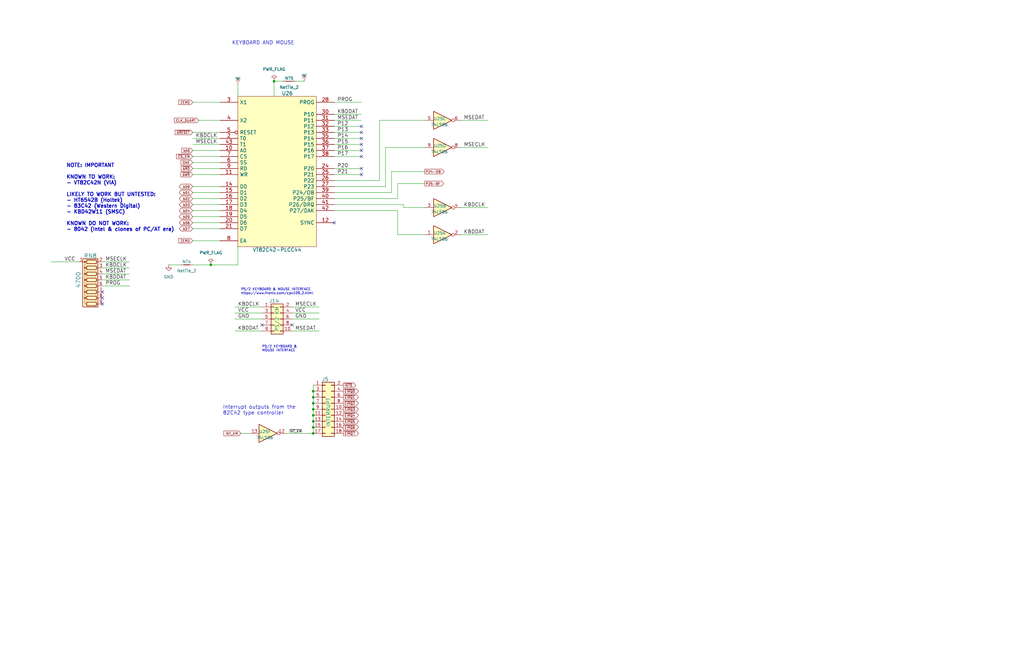
<source format=kicad_sch>
(kicad_sch (version 20211123) (generator eeschema)
  (paper "B")
  (lib_symbols
    (symbol "74xx:74LS06N" (pin_names (offset 1.016))
      (property "Reference" "U" (at 0 1.27 0))
      (property "Value" "74LS06N" (at 0 -1.27 0))
      (symbol "74LS06N_1_0"
        (polyline (pts (xy -3.81 3.81) (xy -3.81 -3.81) (xy 3.81 0) (xy -3.81 3.81)) (stroke (width 0.254)) (fill (type background)))
        (pin input line (at -7.62 0 0) (length 3.81) (name "~") (number "1"))
        (pin open_collector inverted (at 7.62 0 180) (length 3.81) (name "~") (number "2"))
      )
      (symbol "74LS06N_2_0"
        (polyline (pts (xy -3.81 3.81) (xy -3.81 -3.81) (xy 3.81 0) (xy -3.81 3.81)) (stroke (width 0.254)) (fill (type background)))
        (pin input line (at -7.62 0 0) (length 3.81) (name "~") (number "3"))
        (pin open_collector inverted (at 7.62 0 180) (length 3.81) (name "~") (number "4"))
      )
      (symbol "74LS06N_3_0"
        (polyline (pts (xy -3.81 3.81) (xy -3.81 -3.81) (xy 3.81 0) (xy -3.81 3.81)) (stroke (width 0.254)) (fill (type background)))
        (pin input line (at -7.62 0 0) (length 3.81) (name "~") (number "5"))
        (pin open_collector inverted (at 7.62 0 180) (length 3.81) (name "~") (number "6"))
      )
      (symbol "74LS06N_4_0"
        (polyline (pts (xy -3.81 3.81) (xy -3.81 -3.81) (xy 3.81 0) (xy -3.81 3.81)) (stroke (width 0.254)) (fill (type background)))
        (pin open_collector inverted (at 7.62 0 180) (length 3.81) (name "~") (number "8"))
        (pin input line (at -7.62 0 0) (length 3.81) (name "~") (number "9"))
      )
      (symbol "74LS06N_5_0"
        (polyline (pts (xy -3.81 3.81) (xy -3.81 -3.81) (xy 3.81 0) (xy -3.81 3.81)) (stroke (width 0.254)) (fill (type background)))
        (pin open_collector inverted (at 7.62 0 180) (length 3.81) (name "~") (number "10"))
        (pin input line (at -7.62 0 0) (length 3.81) (name "~") (number "11"))
      )
      (symbol "74LS06N_6_0"
        (polyline (pts (xy -3.81 3.81) (xy -3.81 -3.81) (xy 3.81 0) (xy -3.81 3.81)) (stroke (width 0.254)) (fill (type background)))
        (pin open_collector inverted (at 7.62 0 180) (length 3.81) (name "~") (number "12"))
        (pin input line (at -7.62 0 0) (length 3.81) (name "~") (number "13"))
      )
      (symbol "74LS06N_7_0"
        (pin power_in line (at 0 12.7 270) (length 5.08) (name "VCC") (number "14"))
        (pin power_in line (at 0 -12.7 90) (length 5.08) (name "GND") (number "7"))
      )
      (symbol "74LS06N_7_1"
        (rectangle (start -5.08 7.62) (end 5.08 -7.62) (stroke (width 0.254)) (fill (type background)))
      )
    )
    (symbol "Connector_Generic:Conn_02x05_Odd_Even" (pin_names (offset 1.016) hide)
      (property "Reference" "J" (at 1.27 7.62 0))
      (property "Value" "Conn_02x05_Odd_Even" (at 1.27 -7.62 0))
      (symbol "Conn_02x05_Odd_Even_1_1"
        (rectangle (start -1.27 -4.953) (end 0 -5.207) (stroke (width 0.1524)))
        (rectangle (start -1.27 -2.413) (end 0 -2.667) (stroke (width 0.1524)))
        (rectangle (start -1.27 0.127) (end 0 -0.127) (stroke (width 0.1524)))
        (rectangle (start -1.27 2.667) (end 0 2.413) (stroke (width 0.1524)))
        (rectangle (start -1.27 5.207) (end 0 4.953) (stroke (width 0.1524)))
        (rectangle (start -1.27 6.35) (end 3.81 -6.35) (stroke (width 0.254)) (fill (type background)))
        (rectangle (start 3.81 -4.953) (end 2.54 -5.207) (stroke (width 0.1524)))
        (rectangle (start 3.81 -2.413) (end 2.54 -2.667) (stroke (width 0.1524)))
        (rectangle (start 3.81 0.127) (end 2.54 -0.127) (stroke (width 0.1524)))
        (rectangle (start 3.81 2.667) (end 2.54 2.413) (stroke (width 0.1524)))
        (rectangle (start 3.81 5.207) (end 2.54 4.953) (stroke (width 0.1524)))
        (pin passive line (at -5.08 5.08 0) (length 3.81) (name "Pin_1") (number "1"))
        (pin passive line (at 7.62 -5.08 180) (length 3.81) (name "Pin_10") (number "10"))
        (pin passive line (at 7.62 5.08 180) (length 3.81) (name "Pin_2") (number "2"))
        (pin passive line (at -5.08 2.54 0) (length 3.81) (name "Pin_3") (number "3"))
        (pin passive line (at 7.62 2.54 180) (length 3.81) (name "Pin_4") (number "4"))
        (pin passive line (at -5.08 0 0) (length 3.81) (name "Pin_5") (number "5"))
        (pin passive line (at 7.62 0 180) (length 3.81) (name "Pin_6") (number "6"))
        (pin passive line (at -5.08 -2.54 0) (length 3.81) (name "Pin_7") (number "7"))
        (pin passive line (at 7.62 -2.54 180) (length 3.81) (name "Pin_8") (number "8"))
        (pin passive line (at -5.08 -5.08 0) (length 3.81) (name "Pin_9") (number "9"))
      )
    )
    (symbol "Connector_Generic:Conn_02x09_Odd_Even" (pin_names (offset 1.016) hide)
      (property "Reference" "J" (at 1.27 12.7 0))
      (property "Value" "Conn_02x09_Odd_Even" (at 1.27 -12.7 0))
      (symbol "Conn_02x09_Odd_Even_1_1"
        (rectangle (start -1.27 -10.033) (end 0 -10.287) (stroke (width 0.1524)))
        (rectangle (start -1.27 -7.493) (end 0 -7.747) (stroke (width 0.1524)))
        (rectangle (start -1.27 -4.953) (end 0 -5.207) (stroke (width 0.1524)))
        (rectangle (start -1.27 -2.413) (end 0 -2.667) (stroke (width 0.1524)))
        (rectangle (start -1.27 0.127) (end 0 -0.127) (stroke (width 0.1524)))
        (rectangle (start -1.27 2.667) (end 0 2.413) (stroke (width 0.1524)))
        (rectangle (start -1.27 5.207) (end 0 4.953) (stroke (width 0.1524)))
        (rectangle (start -1.27 7.747) (end 0 7.493) (stroke (width 0.1524)))
        (rectangle (start -1.27 10.287) (end 0 10.033) (stroke (width 0.1524)))
        (rectangle (start -1.27 11.43) (end 3.81 -11.43) (stroke (width 0.254)) (fill (type background)))
        (rectangle (start 3.81 -10.033) (end 2.54 -10.287) (stroke (width 0.1524)))
        (rectangle (start 3.81 -7.493) (end 2.54 -7.747) (stroke (width 0.1524)))
        (rectangle (start 3.81 -4.953) (end 2.54 -5.207) (stroke (width 0.1524)))
        (rectangle (start 3.81 -2.413) (end 2.54 -2.667) (stroke (width 0.1524)))
        (rectangle (start 3.81 0.127) (end 2.54 -0.127) (stroke (width 0.1524)))
        (rectangle (start 3.81 2.667) (end 2.54 2.413) (stroke (width 0.1524)))
        (rectangle (start 3.81 5.207) (end 2.54 4.953) (stroke (width 0.1524)))
        (rectangle (start 3.81 7.747) (end 2.54 7.493) (stroke (width 0.1524)))
        (rectangle (start 3.81 10.287) (end 2.54 10.033) (stroke (width 0.1524)))
        (pin passive line (at -5.08 10.16 0) (length 3.81) (name "Pin_1") (number "1"))
        (pin passive line (at 7.62 0 180) (length 3.81) (name "Pin_10") (number "10"))
        (pin passive line (at -5.08 -2.54 0) (length 3.81) (name "Pin_11") (number "11"))
        (pin passive line (at 7.62 -2.54 180) (length 3.81) (name "Pin_12") (number "12"))
        (pin passive line (at -5.08 -5.08 0) (length 3.81) (name "Pin_13") (number "13"))
        (pin passive line (at 7.62 -5.08 180) (length 3.81) (name "Pin_14") (number "14"))
        (pin passive line (at -5.08 -7.62 0) (length 3.81) (name "Pin_15") (number "15"))
        (pin passive line (at 7.62 -7.62 180) (length 3.81) (name "Pin_16") (number "16"))
        (pin passive line (at -5.08 -10.16 0) (length 3.81) (name "Pin_17") (number "17"))
        (pin passive line (at 7.62 -10.16 180) (length 3.81) (name "Pin_18") (number "18"))
        (pin passive line (at 7.62 10.16 180) (length 3.81) (name "Pin_2") (number "2"))
        (pin passive line (at -5.08 7.62 0) (length 3.81) (name "Pin_3") (number "3"))
        (pin passive line (at 7.62 7.62 180) (length 3.81) (name "Pin_4") (number "4"))
        (pin passive line (at -5.08 5.08 0) (length 3.81) (name "Pin_5") (number "5"))
        (pin passive line (at 7.62 5.08 180) (length 3.81) (name "Pin_6") (number "6"))
        (pin passive line (at -5.08 2.54 0) (length 3.81) (name "Pin_7") (number "7"))
        (pin passive line (at 7.62 2.54 180) (length 3.81) (name "Pin_8") (number "8"))
        (pin passive line (at -5.08 0 0) (length 3.81) (name "Pin_9") (number "9"))
      )
    )
    (symbol "Device:NetTie_2" (pin_numbers hide) (pin_names (offset 0) hide) (in_bom no)
      (property "Reference" "NT" (at 0 1.27 0))
      (property "Value" "NetTie_2" (at 0 -1.27 0))
      (symbol "NetTie_2_0_1"
        (polyline (pts (xy -1.27 0) (xy 1.27 0)) (stroke (width 0.254)))
      )
      (symbol "NetTie_2_1_1"
        (pin passive line (at -2.54 0 0) (length 2.54) (name "1") (number "1"))
        (pin passive line (at 2.54 0 180) (length 2.54) (name "2") (number "2"))
      )
    )
    (symbol "Device:R_Network08" (pin_names (offset 0) hide)
      (property "Reference" "RN" (at -12.7 0 90))
      (property "Value" "R_Network08" (at 10.16 0 90))
      (symbol "R_Network08_0_1"
        (rectangle (start -11.43 -3.175) (end 8.89 3.175) (stroke (width 0.254)) (fill (type background)))
        (rectangle (start -10.922 1.524) (end -9.398 -2.54) (stroke (width 0.254)))
        (circle (center -10.16 2.286) (radius 0.254) (fill (type outline)))
        (rectangle (start -8.382 1.524) (end -6.858 -2.54) (stroke (width 0.254)))
        (circle (center -7.62 2.286) (radius 0.254) (fill (type outline)))
        (rectangle (start -5.842 1.524) (end -4.318 -2.54) (stroke (width 0.254)))
        (circle (center -5.08 2.286) (radius 0.254) (fill (type outline)))
        (rectangle (start -3.302 1.524) (end -1.778 -2.54) (stroke (width 0.254)))
        (circle (center -2.54 2.286) (radius 0.254) (fill (type outline)))
        (rectangle (start -0.762 1.524) (end 0.762 -2.54) (stroke (width 0.254)))
        (polyline (pts (xy -10.16 -2.54) (xy -10.16 -3.81)))
        (polyline (pts (xy -7.62 -2.54) (xy -7.62 -3.81)))
        (polyline (pts (xy -5.08 -2.54) (xy -5.08 -3.81)))
        (polyline (pts (xy -2.54 -2.54) (xy -2.54 -3.81)))
        (polyline (pts (xy 0 -2.54) (xy 0 -3.81)))
        (polyline (pts (xy 2.54 -2.54) (xy 2.54 -3.81)))
        (polyline (pts (xy 5.08 -2.54) (xy 5.08 -3.81)))
        (polyline (pts (xy 7.62 -2.54) (xy 7.62 -3.81)))
        (polyline (pts (xy -10.16 1.524) (xy -10.16 2.286) (xy -7.62 2.286) (xy -7.62 1.524)))
        (polyline (pts (xy -7.62 1.524) (xy -7.62 2.286) (xy -5.08 2.286) (xy -5.08 1.524)))
        (polyline (pts (xy -5.08 1.524) (xy -5.08 2.286) (xy -2.54 2.286) (xy -2.54 1.524)))
        (polyline (pts (xy -2.54 1.524) (xy -2.54 2.286) (xy 0 2.286) (xy 0 1.524)))
        (polyline (pts (xy 0 1.524) (xy 0 2.286) (xy 2.54 2.286) (xy 2.54 1.524)))
        (polyline (pts (xy 2.54 1.524) (xy 2.54 2.286) (xy 5.08 2.286) (xy 5.08 1.524)))
        (polyline (pts (xy 5.08 1.524) (xy 5.08 2.286) (xy 7.62 2.286) (xy 7.62 1.524)))
        (circle (center 0 2.286) (radius 0.254) (fill (type outline)))
        (rectangle (start 1.778 1.524) (end 3.302 -2.54) (stroke (width 0.254)))
        (circle (center 2.54 2.286) (radius 0.254) (fill (type outline)))
        (rectangle (start 4.318 1.524) (end 5.842 -2.54) (stroke (width 0.254)))
        (circle (center 5.08 2.286) (radius 0.254) (fill (type outline)))
        (rectangle (start 6.858 1.524) (end 8.382 -2.54) (stroke (width 0.254)))
      )
      (symbol "R_Network08_1_1"
        (pin passive line (at -10.16 5.08 270) (length 2.54) (name "common") (number "1"))
        (pin passive line (at -10.16 -5.08 90) (length 1.27) (name "R1") (number "2"))
        (pin passive line (at -7.62 -5.08 90) (length 1.27) (name "R2") (number "3"))
        (pin passive line (at -5.08 -5.08 90) (length 1.27) (name "R3") (number "4"))
        (pin passive line (at -2.54 -5.08 90) (length 1.27) (name "R4") (number "5"))
        (pin passive line (at 0 -5.08 90) (length 1.27) (name "R5") (number "6"))
        (pin passive line (at 2.54 -5.08 90) (length 1.27) (name "R6") (number "7"))
        (pin passive line (at 5.08 -5.08 90) (length 1.27) (name "R7") (number "8"))
        (pin passive line (at 7.62 -5.08 90) (length 1.27) (name "R8") (number "9"))
      )
    )
    (symbol "VT82C42:VT82C42-PLCC44" (pin_names (offset 0.762))
      (property "Reference" "U" (at 4.318 33.02 0))
      (property "Value" "VT82C42-PLCC44" (at 0 -33.02 0))
      (symbol "VT82C42-PLCC44_0_1"
        (rectangle (start -16.51 -31.75) (end 16.51 31.75) (fill (type background)))
      )
      (symbol "VT82C42-PLCC44_1_1"
        (pin no_connect line (at 24.13 -24.13 180) (length 7.62) hide (name "NC") (number "1"))
        (pin input line (at -24.13 8.89 0) (length 7.62) (name "A0") (number "10"))
        (pin input line (at -24.13 -1.27 0) (length 7.62) (name "WR") (number "11"))
        (pin output line (at 24.13 -21.59 180) (length 7.62) (name "SYNC") (number "12"))
        (pin no_connect line (at 24.13 -26.67 180) (length 7.62) hide (name "NC") (number "13"))
        (pin bidirectional line (at -24.13 -6.35 0) (length 7.62) (name "D0") (number "14"))
        (pin bidirectional line (at -24.13 -8.89 0) (length 7.62) (name "D1") (number "15"))
        (pin bidirectional line (at -24.13 -11.43 0) (length 7.62) (name "D2") (number "16"))
        (pin bidirectional line (at -24.13 -13.97 0) (length 7.62) (name "D3") (number "17"))
        (pin bidirectional line (at -24.13 -16.51 0) (length 7.62) (name "D4") (number "18"))
        (pin bidirectional line (at -24.13 -19.05 0) (length 7.62) (name "D5") (number "19"))
        (pin input line (at -24.13 13.97 0) (length 7.62) (name "T0") (number "2"))
        (pin bidirectional line (at -24.13 -21.59 0) (length 7.62) (name "D6") (number "20"))
        (pin bidirectional line (at -24.13 -24.13 0) (length 7.62) (name "D7") (number "21"))
        (pin power_in line (at -16.51 -31.75 90) (length 0) hide (name "VSS") (number "22"))
        (pin no_connect line (at 24.13 -29.21 180) (length 7.62) hide (name "NC") (number "23"))
        (pin bidirectional line (at 24.13 1.27 180) (length 7.62) (name "P20") (number "24"))
        (pin bidirectional line (at 24.13 -1.27 180) (length 7.62) (name "P21") (number "25"))
        (pin bidirectional line (at 24.13 -3.81 180) (length 7.62) (name "P22") (number "26"))
        (pin bidirectional line (at 24.13 -6.35 180) (length 7.62) (name "P23") (number "27"))
        (pin bidirectional line (at 24.13 29.21 180) (length 7.62) (name "PROG") (number "28"))
        (pin power_in line (at -1.27 31.75 270) (length 0) hide (name "VDD") (number "29"))
        (pin input line (at -24.13 29.21 0) (length 7.62) (name "X1") (number "3"))
        (pin bidirectional line (at 24.13 24.13 180) (length 7.62) (name "P10") (number "30"))
        (pin bidirectional line (at 24.13 21.59 180) (length 7.62) (name "P11") (number "31"))
        (pin bidirectional line (at 24.13 19.05 180) (length 7.62) (name "P12") (number "32"))
        (pin bidirectional line (at 24.13 16.51 180) (length 7.62) (name "P13") (number "33"))
        (pin no_connect line (at 24.13 -31.75 180) (length 7.62) hide (name "NC") (number "34"))
        (pin bidirectional line (at 24.13 13.97 180) (length 7.62) (name "P14") (number "35"))
        (pin bidirectional line (at 24.13 11.43 180) (length 7.62) (name "P15") (number "36"))
        (pin bidirectional line (at 24.13 8.89 180) (length 7.62) (name "P16") (number "37"))
        (pin bidirectional line (at 24.13 6.35 180) (length 7.62) (name "P17") (number "38"))
        (pin bidirectional line (at 24.13 -8.89 180) (length 7.62) (name "P24/OB") (number "39"))
        (pin input line (at -24.13 21.59 0) (length 7.62) (name "X2") (number "4"))
        (pin bidirectional line (at 24.13 -11.43 180) (length 7.62) (name "P25/BF") (number "40"))
        (pin bidirectional line (at 24.13 -13.97 180) (length 7.62) (name "P26/DRQ") (number "41"))
        (pin bidirectional line (at 24.13 -16.51 180) (length 7.62) (name "P27/DAK") (number "42"))
        (pin input line (at -24.13 11.43 0) (length 7.62) (name "T1") (number "43"))
        (pin power_in line (at -16.51 31.75 270) (length 0) hide (name "VCC") (number "44"))
        (pin input inverted (at -24.13 16.51 0) (length 7.62) (name "RESET") (number "5"))
        (pin input line (at -24.13 3.81 0) (length 7.62) (name "SS") (number "6"))
        (pin input line (at -24.13 6.35 0) (length 7.62) (name "CS") (number "7"))
        (pin input line (at -24.13 -29.21 0) (length 7.62) (name "EA") (number "8"))
        (pin input line (at -24.13 1.27 0) (length 7.62) (name "RD") (number "9"))
      )
    )
    (symbol "power:GND" (power) (pin_names (offset 0))
      (property "Value" "GND" (at 0 -3.81 0))
      (symbol "GND_0_1"
        (polyline (pts (xy 0 0) (xy 0 -1.27) (xy 1.27 -1.27) (xy 0 -2.54) (xy -1.27 -1.27) (xy 0 -1.27)))
      )
      (symbol "GND_1_1"
        (pin power_in line (at 0 0 270) (length 0) hide (name "GND") (number "1"))
      )
    )
    (symbol "power:PWR_FLAG" (power) (pin_numbers hide) (pin_names (offset 0) hide)
      (property "Value" "PWR_FLAG" (at 0 3.81 0))
      (symbol "PWR_FLAG_0_0"
        (pin power_out line (at 0 0 90) (length 0) (name "pwr") (number "1"))
      )
      (symbol "PWR_FLAG_0_1"
        (polyline (pts (xy 0 0) (xy 0 1.27) (xy -1.016 1.905) (xy 0 2.54) (xy 1.016 1.905) (xy 0 1.27)))
      )
    )
    (symbol "power:VCC" (power) (pin_names (offset 0))
      (property "Value" "VCC" (at 0 3.81 0))
      (symbol "VCC_0_1"
        (polyline (pts (xy -0.762 1.27) (xy 0 2.54)))
        (polyline (pts (xy 0 0) (xy 0 2.54)))
        (polyline (pts (xy 0 2.54) (xy 0.762 1.27)))
      )
      (symbol "VCC_1_1"
        (pin power_in line (at 0 0 90) (length 0) hide (name "VCC") (number "1"))
      )
    )
  )
  (junction (at 88.9 111.76))
  (junction (at 132.08 182.88))
  (junction (at 132.08 172.72))
  (junction (at 132.08 177.8))
  (junction (at 132.08 180.34))
  (junction (at 132.08 167.64))
  (junction (at 132.08 175.26))
  (junction (at 115.57 34.29))
  (junction (at 132.08 165.1))
  (junction (at 132.08 170.18))
  (no_connect (at 43.18 128.27))
  (no_connect (at 140.97 93.98))
  (no_connect (at 152.4 66.04))
  (no_connect (at 43.18 123.19))
  (no_connect (at 152.4 71.12))
  (no_connect (at 152.4 60.96))
  (no_connect (at 152.4 63.5))
  (no_connect (at 123.19 137.16))
  (no_connect (at 43.18 125.73))
  (no_connect (at 110.49 137.16))
  (no_connect (at 152.4 73.66))
  (no_connect (at 152.4 53.34))
  (no_connect (at 152.4 55.88))
  (no_connect (at 152.4 58.42))
  (wire (pts (xy 134.62 132.08) (xy 123.19 132.08)))
  (wire (pts (xy 134.62 129.54) (xy 123.19 129.54)))
  (wire (pts (xy 140.97 83.82) (xy 167.64 83.82)))
  (wire (pts (xy 92.71 81.28) (xy 81.28 81.28)))
  (wire (pts (xy 140.97 88.9) (xy 167.64 88.9)))
  (wire (pts (xy 54.61 120.65) (xy 43.18 120.65)))
  (wire (pts (xy 92.71 73.66) (xy 81.28 73.66)))
  (wire (pts (xy 43.18 113.03) (xy 54.61 113.03)))
  (wire (pts (xy 134.62 139.7) (xy 123.19 139.7)))
  (wire (pts (xy 205.74 62.23) (xy 194.31 62.23)))
  (wire (pts (xy 92.71 63.5) (xy 81.28 63.5)))
  (wire (pts (xy 167.64 77.47) (xy 179.07 77.47)))
  (wire (pts (xy 92.71 96.52) (xy 81.28 96.52)))
  (wire (pts (xy 160.02 50.8) (xy 160.02 76.2)))
  (wire (pts (xy 110.49 129.54) (xy 99.06 129.54)))
  (wire (pts (xy 119.38 34.29) (xy 115.57 34.29)))
  (wire (pts (xy 152.4 73.66) (xy 140.97 73.66)))
  (wire (pts (xy 162.56 62.23) (xy 179.07 62.23)))
  (wire (pts (xy 132.08 172.72) (xy 132.08 170.18)))
  (wire (pts (xy 160.02 76.2) (xy 140.97 76.2)))
  (wire (pts (xy 124.46 34.29) (xy 128.27 34.29)))
  (wire (pts (xy 132.08 167.64) (xy 132.08 165.1)))
  (wire (pts (xy 92.71 71.12) (xy 81.28 71.12)))
  (wire (pts (xy 43.18 110.49) (xy 54.61 110.49)))
  (wire (pts (xy 179.07 72.39) (xy 165.1 72.39)))
  (wire (pts (xy 120.65 182.88) (xy 132.08 182.88)))
  (wire (pts (xy 165.1 72.39) (xy 165.1 81.28)))
  (wire (pts (xy 152.4 55.88) (xy 140.97 55.88)))
  (wire (pts (xy 152.4 53.34) (xy 140.97 53.34)))
  (wire (pts (xy 110.49 139.7) (xy 99.06 139.7)))
  (wire (pts (xy 170.18 87.63) (xy 170.18 86.36)))
  (wire (pts (xy 81.28 68.58) (xy 92.71 68.58)))
  (wire (pts (xy 140.97 78.74) (xy 162.56 78.74)))
  (wire (pts (xy 99.06 134.62) (xy 110.49 134.62)))
  (wire (pts (xy 100.33 104.14) (xy 100.33 111.76)))
  (wire (pts (xy 43.18 115.57) (xy 54.61 115.57)))
  (wire (pts (xy 92.71 60.96) (xy 81.28 60.96)))
  (wire (pts (xy 152.4 58.42) (xy 140.97 58.42)))
  (wire (pts (xy 132.08 165.1) (xy 132.08 162.56)))
  (wire (pts (xy 167.64 99.06) (xy 179.07 99.06)))
  (wire (pts (xy 115.57 34.29) (xy 115.57 40.64)))
  (wire (pts (xy 167.64 88.9) (xy 167.64 99.06)))
  (wire (pts (xy 162.56 78.74) (xy 162.56 62.23)))
  (wire (pts (xy 92.71 88.9) (xy 81.28 88.9)))
  (wire (pts (xy 152.4 66.04) (xy 140.97 66.04)))
  (wire (pts (xy 100.33 111.76) (xy 88.9 111.76)))
  (wire (pts (xy 110.49 132.08) (xy 99.06 132.08)))
  (wire (pts (xy 132.08 175.26) (xy 132.08 172.72)))
  (wire (pts (xy 101.6 182.88) (xy 105.41 182.88)))
  (wire (pts (xy 132.08 180.34) (xy 132.08 177.8)))
  (wire (pts (xy 179.07 87.63) (xy 170.18 87.63)))
  (wire (pts (xy 92.71 43.18) (xy 81.28 43.18)))
  (wire (pts (xy 170.18 86.36) (xy 140.97 86.36)))
  (wire (pts (xy 165.1 81.28) (xy 140.97 81.28)))
  (wire (pts (xy 132.08 182.88) (xy 132.08 180.34)))
  (wire (pts (xy 100.33 35.56) (xy 100.33 40.64)))
  (wire (pts (xy 152.4 63.5) (xy 140.97 63.5)))
  (wire (pts (xy 132.08 177.8) (xy 132.08 175.26)))
  (wire (pts (xy 92.71 66.04) (xy 81.28 66.04)))
  (wire (pts (xy 92.71 55.88) (xy 81.28 55.88)))
  (wire (pts (xy 140.97 43.18) (xy 152.4 43.18)))
  (wire (pts (xy 179.07 50.8) (xy 160.02 50.8)))
  (wire (pts (xy 92.71 101.6) (xy 81.28 101.6)))
  (wire (pts (xy 92.71 50.8) (xy 83.82 50.8)))
  (wire (pts (xy 92.71 86.36) (xy 81.28 86.36)))
  (wire (pts (xy 92.71 91.44) (xy 81.28 91.44)))
  (wire (pts (xy 152.4 60.96) (xy 140.97 60.96)))
  (wire (pts (xy 92.71 78.74) (xy 81.28 78.74)))
  (wire (pts (xy 92.71 83.82) (xy 81.28 83.82)))
  (wire (pts (xy 33.02 110.49) (xy 21.59 110.49)))
  (wire (pts (xy 123.19 134.62) (xy 134.62 134.62)))
  (wire (pts (xy 152.4 71.12) (xy 140.97 71.12)))
  (wire (pts (xy 88.9 111.76) (xy 81.28 111.76)))
  (wire (pts (xy 152.4 48.26) (xy 140.97 48.26)))
  (wire (pts (xy 71.12 111.76) (xy 76.2 111.76)))
  (wire (pts (xy 205.74 99.06) (xy 194.31 99.06)))
  (wire (pts (xy 92.71 93.98) (xy 81.28 93.98)))
  (wire (pts (xy 92.71 58.42) (xy 81.28 58.42)))
  (wire (pts (xy 205.74 50.8) (xy 194.31 50.8)))
  (wire (pts (xy 152.4 50.8) (xy 140.97 50.8)))
  (wire (pts (xy 132.08 170.18) (xy 132.08 167.64)))
  (wire (pts (xy 205.74 87.63) (xy 194.31 87.63)))
  (wire (pts (xy 43.18 118.11) (xy 54.61 118.11)))
  (wire (pts (xy 167.64 83.82) (xy 167.64 77.47)))
  (text "NOTE: IMPORTANT\n\nKNOWN TO WORK:\n- VT82C42N (VIA)\n\nLIKELY TO WORK BUT UNTESTED:\n- HT6542B (Holtek)\n- 83C42 (Western Digital)\n- KBD42W11 (SMSC)\n\nKNOWN DO NOT WORK:\n- 8042 (Intel & clones of PC/AT era)" (at 27.94 97.79 0) (effects (font (size 1.524 1.524) (thickness 0.3048) bold) (justify left bottom)))
  (text "Interrupt outputs from the\n82C42 type controller" (at 93.98 175.26 0) (effects (font (size 1.524 1.524)) (justify left bottom)))
  (text "PS/2 KEYBOARD & MOUSE INTERFACE\nhttps://www.frontx.com/cpx109_2.html" (at 101.6 124.46 0) (effects (font (size 1.016 1.016)) (justify left bottom)))
  (text "KEYBOARD AND MOUSE" (at 97.79 19.05 0) (effects (font (size 1.524 1.524)) (justify left bottom)))
  (text "PS/2 KEYBOARD &\nMOUSE INTERFACE" (at 110.49 148.59 0) (effects (font (size 1.016 1.016)) (justify left bottom)))
  (label "KBDDAT" (at 142.24 48.26 0) (effects (font (size 1.524 1.524))))
  (label "PROG" (at 142.24 43.18 0) (effects (font (size 1.524 1.524))))
  (label "KBDDAT" (at 195.58 99.06 0) (effects (font (size 1.524 1.524))))
  (label "KBDDAT" (at 100.33 139.7 0) (effects (font (size 1.524 1.524))))
  (label "MSEDAT" (at 142.24 50.8 0) (effects (font (size 1.524 1.524))))
  (label "VCC" (at 124.46 132.08 0) (effects (font (size 1.524 1.524))))
  (label "P16" (at 142.24 63.5 0) (effects (font (size 1.524 1.524))))
  (label "KBDCLK" (at 195.58 87.63 0) (effects (font (size 1.524 1.524))))
  (label "MSEDAT" (at 44.45 115.57 0) (effects (font (size 1.524 1.524))))
  (label "VCC" (at 100.33 132.08 0) (effects (font (size 1.524 1.524))))
  (label "P20" (at 142.24 71.12 0) (effects (font (size 1.524 1.524))))
  (label "KBDCLK" (at 82.55 58.42 0) (effects (font (size 1.524 1.524))))
  (label "P21" (at 142.24 73.66 0) (effects (font (size 1.524 1.524))))
  (label "P15" (at 142.24 60.96 0) (effects (font (size 1.524 1.524))))
  (label "P14" (at 142.24 58.42 0) (effects (font (size 1.524 1.524))))
  (label "P17" (at 142.24 66.04 0) (effects (font (size 1.524 1.524))))
  (label "MSECLK" (at 82.55 60.96 0) (effects (font (size 1.524 1.524))))
  (label "VCC" (at 31.75 110.49 180) (effects (font (size 1.524 1.524))))
  (label "P13" (at 142.24 55.88 0) (effects (font (size 1.524 1.524))))
  (label "P12" (at 142.24 53.34 0) (effects (font (size 1.524 1.524))))
  (label "MSEDAT" (at 195.58 50.8 0) (effects (font (size 1.524 1.524))))
  (label "MSECLK" (at 44.45 110.49 0) (effects (font (size 1.524 1.524))))
  (label "MSEDAT" (at 124.46 139.7 0) (effects (font (size 1.524 1.524))))
  (label "GND" (at 124.46 134.62 0) (effects (font (size 1.524 1.524))))
  (label "PROG" (at 44.45 120.65 0) (effects (font (size 1.524 1.524))))
  (label "KBDCLK" (at 100.33 129.54 0) (effects (font (size 1.524 1.524))))
  (label "~{INT_KM}" (at 121.92 182.88 0) (effects (font (size 1.016 1.016))))
  (label "GND" (at 100.33 134.62 0) (effects (font (size 1.524 1.524))))
  (label "MSECLK" (at 124.46 129.54 0) (effects (font (size 1.524 1.524))))
  (label "KBDDAT" (at 44.45 118.11 0) (effects (font (size 1.524 1.524))))
  (label "MSECLK" (at 195.58 62.23 0) (effects (font (size 1.524 1.524))))
  (label "KBDCLK" (at 44.45 113.03 0) (effects (font (size 1.524 1.524))))
  (global_label "~{EIRQ0}" (shape output) (at 144.78 165.1 0) (effects (font (size 1.016 1.016))) (property "Intersheet References" "${INTERSHEET_REFS}" (effects hide)))
  (global_label "P24-OB" (shape output) (at 179.07 72.39 0) (effects (font (size 1.016 1.016))) (property "Intersheet References" "${INTERSHEET_REFS}" (effects hide)))
  (global_label "~{bRESET}" (shape input) (at 81.28 55.88 180) (effects (font (size 1.016 1.016))) (property "Intersheet References" "${INTERSHEET_REFS}" (effects hide)))
  (global_label "bD7" (shape bidirectional) (at 81.28 96.52 180) (effects (font (size 1.016 1.016))) (property "Intersheet References" "${INTERSHEET_REFS}" (effects hide)))
  (global_label "~{EIRQ3}" (shape output) (at 144.78 172.72 0) (effects (font (size 1.016 1.016))) (property "Intersheet References" "${INTERSHEET_REFS}" (effects hide)))
  (global_label "bD3" (shape bidirectional) (at 81.28 86.36 180) (effects (font (size 1.016 1.016))) (property "Intersheet References" "${INTERSHEET_REFS}" (effects hide)))
  (global_label "bD0" (shape bidirectional) (at 81.28 78.74 180) (effects (font (size 1.016 1.016))) (property "Intersheet References" "${INTERSHEET_REFS}" (effects hide)))
  (global_label "ZERO" (shape input) (at 81.28 43.18 180) (effects (font (size 1.016 1.016))) (property "Intersheet References" "${INTERSHEET_REFS}" (effects hide)))
  (global_label "bD1" (shape bidirectional) (at 81.28 81.28 180) (effects (font (size 1.016 1.016))) (property "Intersheet References" "${INTERSHEET_REFS}" (effects hide)))
  (global_label "P25-BF" (shape output) (at 179.07 77.47 0) (effects (font (size 1.016 1.016))) (property "Intersheet References" "${INTERSHEET_REFS}" (effects hide)))
  (global_label "bD5" (shape bidirectional) (at 81.28 91.44 180) (effects (font (size 1.016 1.016))) (property "Intersheet References" "${INTERSHEET_REFS}" (effects hide)))
  (global_label "bD6" (shape bidirectional) (at 81.28 93.98 180) (effects (font (size 1.016 1.016))) (property "Intersheet References" "${INTERSHEET_REFS}" (effects hide)))
  (global_label "~{bWR}" (shape input) (at 81.28 73.66 180) (effects (font (size 1.016 1.016))) (property "Intersheet References" "${INTERSHEET_REFS}" (effects hide)))
  (global_label "bA0" (shape input) (at 81.28 63.5 180) (effects (font (size 1.016 1.016))) (property "Intersheet References" "${INTERSHEET_REFS}" (effects hide)))
  (global_label "CLK_DUART" (shape input) (at 83.82 50.8 180) (effects (font (size 1.016 1.016))) (property "Intersheet References" "${INTERSHEET_REFS}" (effects hide)))
  (global_label "~{EIRQ1}" (shape output) (at 144.78 167.64 0) (effects (font (size 1.016 1.016))) (property "Intersheet References" "${INTERSHEET_REFS}" (effects hide)))
  (global_label "bD4" (shape bidirectional) (at 81.28 88.9 180) (effects (font (size 1.016 1.016))) (property "Intersheet References" "${INTERSHEET_REFS}" (effects hide)))
  (global_label "ZERO" (shape input) (at 81.28 101.6 180) (effects (font (size 1.016 1.016))) (property "Intersheet References" "${INTERSHEET_REFS}" (effects hide)))
  (global_label "ONE" (shape input) (at 81.28 68.58 180) (effects (font (size 1.016 1.016))) (property "Intersheet References" "${INTERSHEET_REFS}" (effects hide)))
  (global_label "~{CS_KM}" (shape input) (at 81.28 66.04 180) (effects (font (size 1.016 1.016))) (property "Intersheet References" "${INTERSHEET_REFS}" (effects hide)))
  (global_label "INT_KM" (shape input) (at 101.6 182.88 180) (effects (font (size 1.016 1.016))) (property "Intersheet References" "${INTERSHEET_REFS}" (effects hide)))
  (global_label "~{EIRQ5}" (shape output) (at 144.78 177.8 0) (effects (font (size 1.016 1.016))) (property "Intersheet References" "${INTERSHEET_REFS}" (effects hide)))
  (global_label "bD2" (shape bidirectional) (at 81.28 83.82 180) (effects (font (size 1.016 1.016))) (property "Intersheet References" "${INTERSHEET_REFS}" (effects hide)))
  (global_label "~{bRD}" (shape input) (at 81.28 71.12 180) (effects (font (size 1.016 1.016))) (property "Intersheet References" "${INTERSHEET_REFS}" (effects hide)))
  (global_label "~{EIRQ6}" (shape output) (at 144.78 180.34 0) (effects (font (size 1.016 1.016))) (property "Intersheet References" "${INTERSHEET_REFS}" (effects hide)))
  (global_label "~{EIRQ7}" (shape output) (at 144.78 182.88 0) (effects (font (size 1.016 1.016))) (property "Intersheet References" "${INTERSHEET_REFS}" (effects hide)))
  (global_label "~{EIRQ4}" (shape output) (at 144.78 175.26 0) (effects (font (size 1.016 1.016))) (property "Intersheet References" "${INTERSHEET_REFS}" (effects hide)))
  (global_label "~{INT0}" (shape output) (at 144.78 162.56 0) (effects (font (size 1.016 1.016))) (property "Intersheet References" "${INTERSHEET_REFS}" (effects hide)))
  (global_label "~{EIRQ2}" (shape output) (at 144.78 170.18 0) (effects (font (size 1.016 1.016))) (property "Intersheet References" "${INTERSHEET_REFS}" (effects hide)))
  (symbol (lib_id "VT82C42:VT82C42-PLCC44") (at 116.84 72.39 0) (unit 1)
    (property "Reference" "U26" (at 121.158 39.37 0) (effects (font (size 1.524 1.524))))
    (property "Value" "VT82C42-PLCC44" (at 116.84 105.41 0) (effects (font (size 1.524 1.524))))
    (property "Footprint" "Package_LCC:PLCC-44_THT-Socket" (effects hide))
  )
  (symbol (lib_id "74xx:74LS06N") (at 186.69 99.06 0) (unit 1)
    (property "Reference" "U25" (at 182.88 99.06 0) (effects (justify left bottom)))
    (property "Value" "74LS06" (at 181.61 101.6 0) (effects (justify left bottom)))
    (property "Footprint" "Package_DIP:DIP-14_W7.62mm" (effects hide))
    (property "Datasheet" "http://www.ti.com/lit/gpn/sn74LS06N" (effects hide))
  )
  (symbol (lib_id "74xx:74LS06N") (at 186.69 87.63 0) (unit 2)
    (property "Reference" "U25" (at 182.88 87.63 0) (effects (justify left bottom)))
    (property "Value" "74LS06" (at 181.61 90.17 0) (effects (justify left bottom)))
    (property "Footprint" "Package_DIP:DIP-14_W7.62mm" (effects hide))
    (property "Datasheet" "http://www.ti.com/lit/gpn/sn74LS06N" (effects hide))
  )
  (symbol (lib_id "74xx:74LS06N") (at 186.69 62.23 0) (unit 4)
    (property "Reference" "U25" (at 182.88 62.23 0) (effects (justify left bottom)))
    (property "Value" "74LS06" (at 181.61 64.77 0) (effects (justify left bottom)))
    (property "Footprint" "Package_DIP:DIP-14_W7.62mm" (effects hide))
    (property "Datasheet" "http://www.ti.com/lit/gpn/sn74LS06N" (effects hide))
  )
  (symbol (lib_id "74xx:74LS06N") (at 186.69 50.8 0) (unit 3)
    (property "Reference" "U25" (at 182.88 50.8 0) (effects (justify left bottom)))
    (property "Value" "74LS06" (at 181.61 53.34 0) (effects (justify left bottom)))
    (property "Footprint" "Package_DIP:DIP-14_W7.62mm" (effects hide))
    (property "Datasheet" "http://www.ti.com/lit/gpn/sn74LS06N" (effects hide))
  )
  (symbol (lib_id "74xx:74LS06N") (at 113.03 182.88 0) (unit 6)
    (property "Reference" "U25" (at 109.22 182.88 0) (effects (justify left bottom)))
    (property "Value" "74LS06" (at 107.95 185.42 0) (effects (justify left bottom)))
    (property "Footprint" "Package_DIP:DIP-14_W7.62mm" (effects hide))
    (property "Datasheet" "http://www.ti.com/lit/gpn/sn74LS06N" (effects hide))
  )
  (symbol (lib_id "Device:R_Network08") (at 38.1 120.65 90) (mirror x) (unit 1)
    (property "Reference" "RN8" (at 38.1 107.95 90) (effects (font (size 1.778 1.778))))
    (property "Value" "4700" (at 33.02 118.11 0) (effects (font (size 1.778 1.778))))
    (property "Footprint" "Resistor_THT:R_Array_SIP9" (effects hide))
    (property "Datasheet" "http://www.vishay.com/docs/31509/csc.pdf" (effects hide))
  )
  (symbol (lib_id "Connector_Generic:Conn_02x05_Odd_Even") (at 115.57 134.62 0) (unit 1)
    (property "Reference" "J14" (at 115.57 127 0) (effects (font (size 1.524 1.524))))
    (property "Value" "PS/2 KM" (at 116.84 134.62 90) (effects (font (size 1.524 1.524))))
    (property "Footprint" "Connector_IDC:IDC-Header_2x05_P2.54mm_Horizontal" (effects hide))
  )
  (symbol (lib_id "Connector_Generic:Conn_02x09_Odd_Even") (at 137.16 172.72 0) (unit 1)
    (property "Reference" "J5" (at 137.16 160.02 0) (effects (font (size 1.524 1.524))))
    (property "Value" "INTERRUPT" (at 138.43 173.99 90) (effects (font (size 1.524 1.524))))
    (property "Footprint" "Connector_PinHeader_2.54mm:PinHeader_2x09_P2.54mm_Vertical" (effects hide))
  )
  (symbol (lib_id "power:VCC") (at 100.33 35.56 0) (unit 1)
    (property "Reference" "#PWR0107" (effects hide))
    (property "Value" "VCC" (at 100.33 33.02 0) (effects (font (size 0.762 0.762))))
  )
  (symbol (lib_id "power:PWR_FLAG") (at 88.9 111.76 0) (unit 1)
    (property "Reference" "#FLG0101" (effects hide))
    (property "Value" "PWR_FLAG" (at 88.9 106.68 0))
  )
  (symbol (lib_id "power:GND") (at 71.12 111.76 0) (unit 1)
    (property "Reference" "#PWR016" (effects hide))
    (property "Value" "GND" (at 71.12 116.84 0))
  )
  (symbol (lib_id "power:VCC") (at 128.27 34.29 0) (unit 1)
    (property "Reference" "#PWR0104" (effects hide))
    (property "Value" "VCC" (at 128.27 31.75 0) (effects (font (size 0.762 0.762))))
  )
  (symbol (lib_id "Device:NetTie_2") (at 121.92 34.29 0) (unit 1) (in_bom no)
    (property "Reference" "NT5" (at 121.92 33.02 0))
    (property "Value" "NetTie_2" (at 121.92 36.83 0))
    (property "Footprint" "NetTie:NetTie-2_THT_Pad0.3mm" (effects hide))
  )
  (symbol (lib_id "power:PWR_FLAG") (at 115.57 34.29 0) (unit 1)
    (property "Reference" "#FLG09" (effects hide))
    (property "Value" "PWR_FLAG" (at 115.57 29.21 0))
  )
  (symbol (lib_id "Device:NetTie_2") (at 78.74 111.76 0) (unit 1) (in_bom no)
    (property "Reference" "NT4" (at 78.74 110.49 0))
    (property "Value" "NetTie_2" (at 78.74 114.3 0))
    (property "Footprint" "NetTie:NetTie-2_THT_Pad0.3mm" (effects hide))
  )
)
</source>
